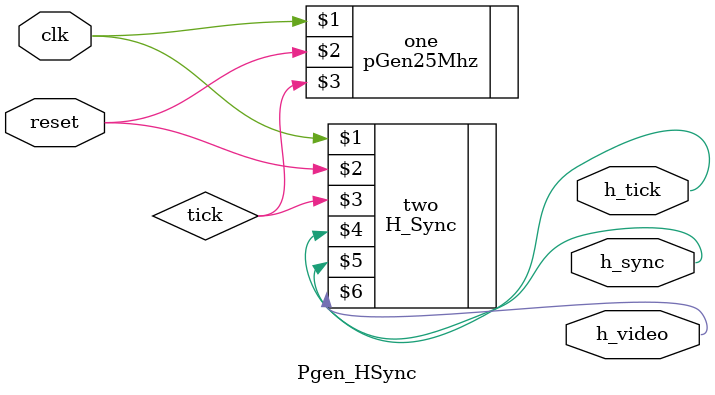
<source format=v>
`timescale 1ns / 1ps


module Pgen_HSync( clk,
                  reset,
                  h_tick,
                  h_sync, 
                  h_video
                   );
                   
input clk, reset;
output h_tick, h_sync, h_video;
 wire tick;

pGen25Mhz one (clk, reset,tick);
H_Sync two (clk, reset, tick , h_tick, h_sync, h_video );
endmodule

</source>
